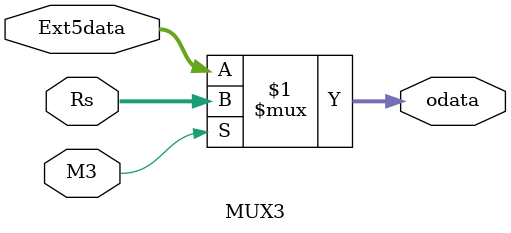
<source format=v>
`timescale 1ns / 1ps


module MUX3(
input M3,
input [31:0]Rs,Ext5data,
output [31:0]odata
    );
    assign odata=M3?Rs:Ext5data;
endmodule

</source>
